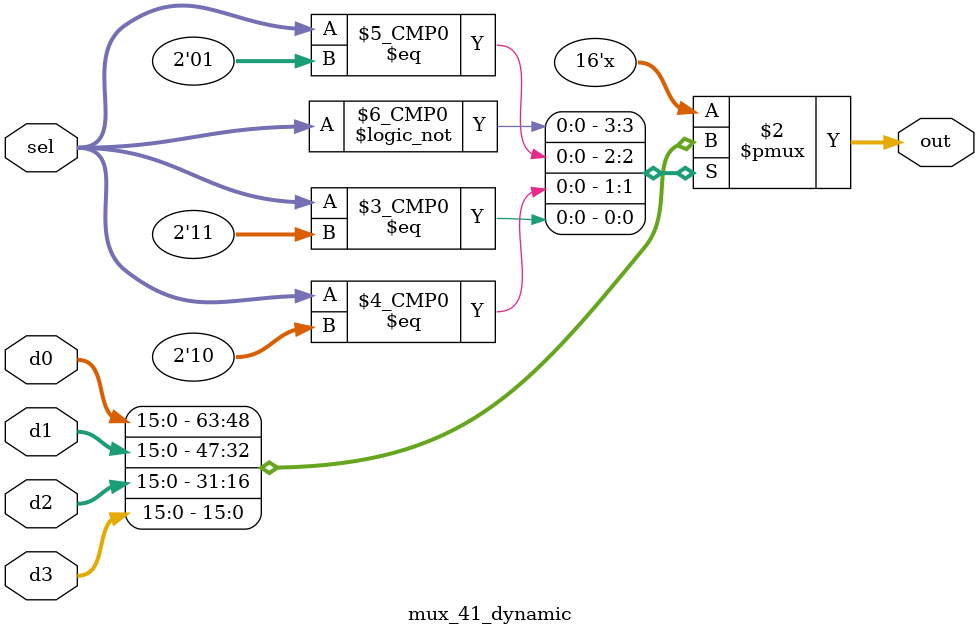
<source format=sv>
module mux_41_dynamic
	#(parameter width = 16)
					(
						input logic [1:0] sel, 
						input logic [width - 1: 0] d0, d1, d2, d3,
						output logic[width - 1: 0] out
					);
	always_comb
	begin
		unique case (sel)
			2'b00	:	out = d0;
			2'b01	:	out = d1;
			2'b10	:	out = d2;
			2'b11	:	out = d3;
		endcase
	end
endmodule 
</source>
